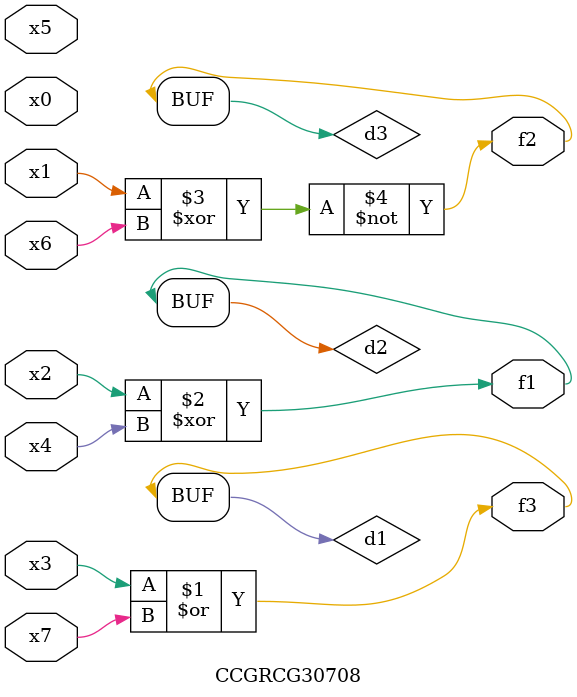
<source format=v>
module CCGRCG30708(
	input x0, x1, x2, x3, x4, x5, x6, x7,
	output f1, f2, f3
);

	wire d1, d2, d3;

	or (d1, x3, x7);
	xor (d2, x2, x4);
	xnor (d3, x1, x6);
	assign f1 = d2;
	assign f2 = d3;
	assign f3 = d1;
endmodule

</source>
